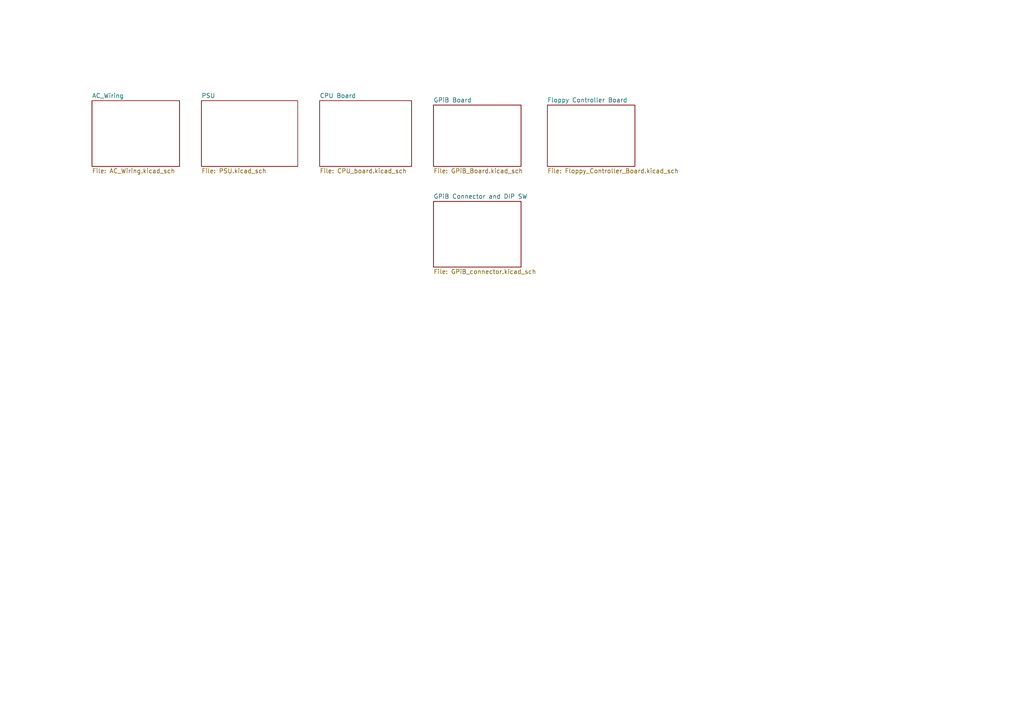
<source format=kicad_sch>
(kicad_sch
	(version 20231120)
	(generator "eeschema")
	(generator_version "8.0")
	(uuid "1083b382-ea06-48a0-a955-980f230853d9")
	(paper "A4")
	(title_block
		(company "JDat aka YL3AKC")
	)
	(lib_symbols)
	(sheet
		(at 92.71 29.21)
		(size 26.67 19.05)
		(fields_autoplaced yes)
		(stroke
			(width 0.1524)
			(type solid)
		)
		(fill
			(color 0 0 0 0.0000)
		)
		(uuid "34f797e0-2a54-408d-9d91-03c14d161b7c")
		(property "Sheetname" "CPU Board"
			(at 92.71 28.4984 0)
			(effects
				(font
					(size 1.27 1.27)
				)
				(justify left bottom)
			)
		)
		(property "Sheetfile" "CPU_board.kicad_sch"
			(at 92.71 48.8446 0)
			(effects
				(font
					(size 1.27 1.27)
				)
				(justify left top)
			)
		)
		(instances
			(project "GRiD_2102"
				(path "/1083b382-ea06-48a0-a955-980f230853d9"
					(page "5")
				)
			)
		)
	)
	(sheet
		(at 158.75 30.48)
		(size 25.4 17.78)
		(fields_autoplaced yes)
		(stroke
			(width 0.1524)
			(type solid)
		)
		(fill
			(color 0 0 0 0.0000)
		)
		(uuid "45df3616-52e1-4d38-8a90-e0208214856d")
		(property "Sheetname" "Floppy Controller Board"
			(at 158.75 29.7684 0)
			(effects
				(font
					(size 1.27 1.27)
				)
				(justify left bottom)
			)
		)
		(property "Sheetfile" "Floppy_Controller_Board.kicad_sch"
			(at 158.75 48.8446 0)
			(effects
				(font
					(size 1.27 1.27)
				)
				(justify left top)
			)
		)
		(instances
			(project "GRiD_2102"
				(path "/1083b382-ea06-48a0-a955-980f230853d9"
					(page "7")
				)
			)
		)
	)
	(sheet
		(at 58.42 29.21)
		(size 27.94 19.05)
		(fields_autoplaced yes)
		(stroke
			(width 0.1524)
			(type solid)
		)
		(fill
			(color 0 0 0 0.0000)
		)
		(uuid "4b93e22a-72d3-4d2e-b3b0-ce5d4804e3dd")
		(property "Sheetname" "PSU"
			(at 58.42 28.4984 0)
			(effects
				(font
					(size 1.27 1.27)
				)
				(justify left bottom)
			)
		)
		(property "Sheetfile" "PSU.kicad_sch"
			(at 58.42 48.8446 0)
			(effects
				(font
					(size 1.27 1.27)
				)
				(justify left top)
			)
		)
		(instances
			(project "GRiD_2102"
				(path "/1083b382-ea06-48a0-a955-980f230853d9"
					(page "3")
				)
			)
		)
	)
	(sheet
		(at 125.73 30.48)
		(size 25.4 17.78)
		(fields_autoplaced yes)
		(stroke
			(width 0.1524)
			(type solid)
		)
		(fill
			(color 0 0 0 0.0000)
		)
		(uuid "4e3e2e86-56e4-4597-94ad-4a8786913e38")
		(property "Sheetname" "GPiB Board"
			(at 125.73 29.7684 0)
			(effects
				(font
					(size 1.27 1.27)
				)
				(justify left bottom)
			)
		)
		(property "Sheetfile" "GPiB_Board.kicad_sch"
			(at 125.73 48.8446 0)
			(effects
				(font
					(size 1.27 1.27)
				)
				(justify left top)
			)
		)
		(instances
			(project "GRiD_2102"
				(path "/1083b382-ea06-48a0-a955-980f230853d9"
					(page "6")
				)
			)
		)
	)
	(sheet
		(at 26.67 29.21)
		(size 25.4 19.05)
		(fields_autoplaced yes)
		(stroke
			(width 0.1524)
			(type solid)
		)
		(fill
			(color 0 0 0 0.0000)
		)
		(uuid "5d4f3afd-cb62-4a92-a53c-12daf939fc77")
		(property "Sheetname" "AC_Wiring"
			(at 26.67 28.4984 0)
			(effects
				(font
					(size 1.27 1.27)
				)
				(justify left bottom)
			)
		)
		(property "Sheetfile" "AC_Wiring.kicad_sch"
			(at 26.67 48.8446 0)
			(effects
				(font
					(size 1.27 1.27)
				)
				(justify left top)
			)
		)
		(instances
			(project "GRiD_2102"
				(path "/1083b382-ea06-48a0-a955-980f230853d9"
					(page "2")
				)
			)
		)
	)
	(sheet
		(at 125.73 58.42)
		(size 25.4 19.05)
		(fields_autoplaced yes)
		(stroke
			(width 0.1524)
			(type solid)
		)
		(fill
			(color 0 0 0 0.0000)
		)
		(uuid "8530c722-7d83-4b2e-8eb4-2b6a81770d68")
		(property "Sheetname" "GPiB Connector and DIP SW"
			(at 125.73 57.7084 0)
			(effects
				(font
					(size 1.27 1.27)
				)
				(justify left bottom)
			)
		)
		(property "Sheetfile" "GPiB_connector.kicad_sch"
			(at 125.73 78.0546 0)
			(effects
				(font
					(size 1.27 1.27)
				)
				(justify left top)
			)
		)
		(instances
			(project "GRiD_2102"
				(path "/1083b382-ea06-48a0-a955-980f230853d9"
					(page "4")
				)
			)
		)
	)
	(sheet_instances
		(path "/"
			(page "1")
		)
	)
)

</source>
